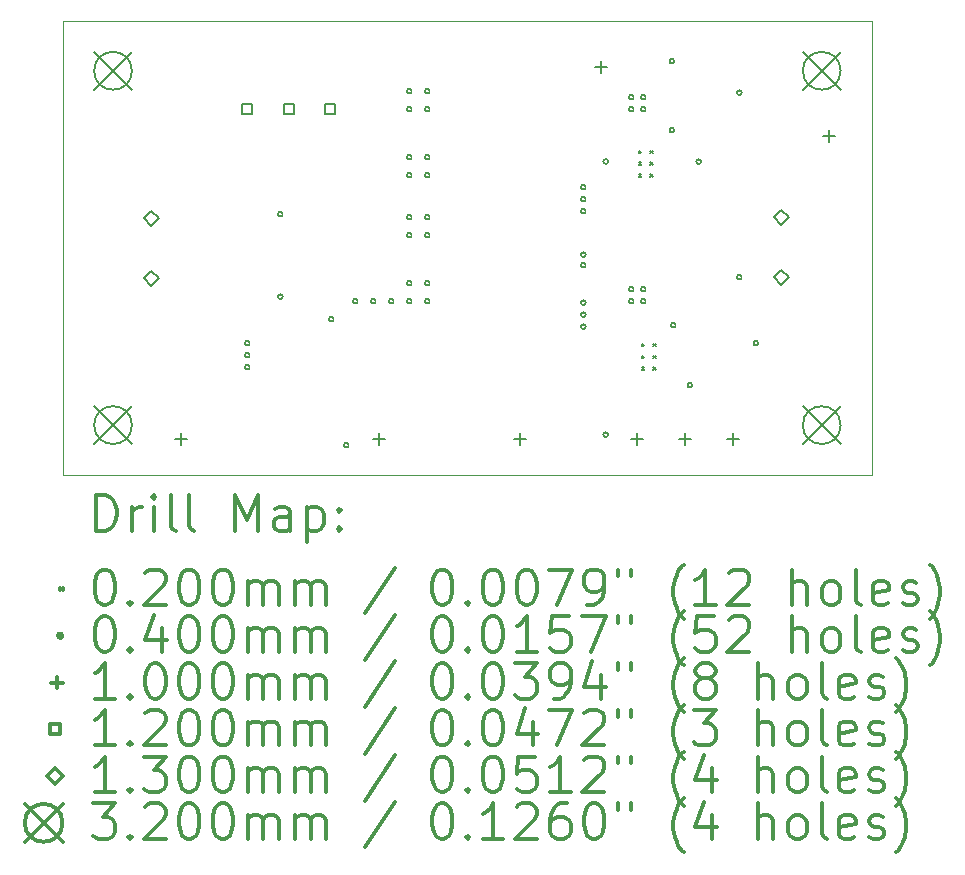
<source format=gbr>
%FSLAX45Y45*%
G04 Gerber Fmt 4.5, Leading zero omitted, Abs format (unit mm)*
G04 Created by KiCad (PCBNEW 5.1.10) date 2021-11-24 23:15:15*
%MOMM*%
%LPD*%
G01*
G04 APERTURE LIST*
%TA.AperFunction,Profile*%
%ADD10C,0.050000*%
%TD*%
%ADD11C,0.200000*%
%ADD12C,0.300000*%
G04 APERTURE END LIST*
D10*
X10275000Y-12650000D02*
X10275000Y-8800000D01*
X17125000Y-12650000D02*
X10275000Y-12650000D01*
X17125000Y-8800000D02*
X17125000Y-12650000D01*
X10275000Y-8800000D02*
X17125000Y-8800000D01*
D11*
X15150420Y-9900140D02*
X15170420Y-9920140D01*
X15170420Y-9900140D02*
X15150420Y-9920140D01*
X15150420Y-10000140D02*
X15170420Y-10020140D01*
X15170420Y-10000140D02*
X15150420Y-10020140D01*
X15150420Y-10100140D02*
X15170420Y-10120140D01*
X15170420Y-10100140D02*
X15150420Y-10120140D01*
X15174920Y-11535840D02*
X15194920Y-11555840D01*
X15194920Y-11535840D02*
X15174920Y-11555840D01*
X15174920Y-11635840D02*
X15194920Y-11655840D01*
X15194920Y-11635840D02*
X15174920Y-11655840D01*
X15174920Y-11735840D02*
X15194920Y-11755840D01*
X15194920Y-11735840D02*
X15174920Y-11755840D01*
X15250420Y-9900140D02*
X15270420Y-9920140D01*
X15270420Y-9900140D02*
X15250420Y-9920140D01*
X15250420Y-10000140D02*
X15270420Y-10020140D01*
X15270420Y-10000140D02*
X15250420Y-10020140D01*
X15250420Y-10100140D02*
X15270420Y-10120140D01*
X15270420Y-10100140D02*
X15250420Y-10120140D01*
X15274920Y-11535840D02*
X15294920Y-11555840D01*
X15294920Y-11535840D02*
X15274920Y-11555840D01*
X15274920Y-11635840D02*
X15294920Y-11655840D01*
X15294920Y-11635840D02*
X15274920Y-11655840D01*
X15274920Y-11735840D02*
X15294920Y-11755840D01*
X15294920Y-11735840D02*
X15274920Y-11755840D01*
X11856400Y-11531600D02*
G75*
G03*
X11856400Y-11531600I-20000J0D01*
G01*
X11856400Y-11633200D02*
G75*
G03*
X11856400Y-11633200I-20000J0D01*
G01*
X11856400Y-11734800D02*
G75*
G03*
X11856400Y-11734800I-20000J0D01*
G01*
X12135800Y-10439400D02*
G75*
G03*
X12135800Y-10439400I-20000J0D01*
G01*
X12135800Y-11137900D02*
G75*
G03*
X12135800Y-11137900I-20000J0D01*
G01*
X12567600Y-11328400D02*
G75*
G03*
X12567600Y-11328400I-20000J0D01*
G01*
X12694600Y-12395200D02*
G75*
G03*
X12694600Y-12395200I-20000J0D01*
G01*
X12770800Y-11176000D02*
G75*
G03*
X12770800Y-11176000I-20000J0D01*
G01*
X12923200Y-11176000D02*
G75*
G03*
X12923200Y-11176000I-20000J0D01*
G01*
X13075600Y-11176000D02*
G75*
G03*
X13075600Y-11176000I-20000J0D01*
G01*
X13228000Y-9398000D02*
G75*
G03*
X13228000Y-9398000I-20000J0D01*
G01*
X13228000Y-9550400D02*
G75*
G03*
X13228000Y-9550400I-20000J0D01*
G01*
X13228000Y-9956800D02*
G75*
G03*
X13228000Y-9956800I-20000J0D01*
G01*
X13228000Y-10109200D02*
G75*
G03*
X13228000Y-10109200I-20000J0D01*
G01*
X13228000Y-10464800D02*
G75*
G03*
X13228000Y-10464800I-20000J0D01*
G01*
X13228000Y-10617200D02*
G75*
G03*
X13228000Y-10617200I-20000J0D01*
G01*
X13228000Y-11023600D02*
G75*
G03*
X13228000Y-11023600I-20000J0D01*
G01*
X13228000Y-11176000D02*
G75*
G03*
X13228000Y-11176000I-20000J0D01*
G01*
X13380400Y-9398000D02*
G75*
G03*
X13380400Y-9398000I-20000J0D01*
G01*
X13380400Y-9550400D02*
G75*
G03*
X13380400Y-9550400I-20000J0D01*
G01*
X13380400Y-9956800D02*
G75*
G03*
X13380400Y-9956800I-20000J0D01*
G01*
X13380400Y-10109200D02*
G75*
G03*
X13380400Y-10109200I-20000J0D01*
G01*
X13380400Y-10464800D02*
G75*
G03*
X13380400Y-10464800I-20000J0D01*
G01*
X13380400Y-10617200D02*
G75*
G03*
X13380400Y-10617200I-20000J0D01*
G01*
X13380400Y-11023600D02*
G75*
G03*
X13380400Y-11023600I-20000J0D01*
G01*
X13380400Y-11176000D02*
G75*
G03*
X13380400Y-11176000I-20000J0D01*
G01*
X14701200Y-10210800D02*
G75*
G03*
X14701200Y-10210800I-20000J0D01*
G01*
X14701200Y-10312400D02*
G75*
G03*
X14701200Y-10312400I-20000J0D01*
G01*
X14701200Y-10414000D02*
G75*
G03*
X14701200Y-10414000I-20000J0D01*
G01*
X14701200Y-10782300D02*
G75*
G03*
X14701200Y-10782300I-20000J0D01*
G01*
X14701200Y-10871200D02*
G75*
G03*
X14701200Y-10871200I-20000J0D01*
G01*
X14701200Y-11188700D02*
G75*
G03*
X14701200Y-11188700I-20000J0D01*
G01*
X14701200Y-11290300D02*
G75*
G03*
X14701200Y-11290300I-20000J0D01*
G01*
X14701200Y-11391900D02*
G75*
G03*
X14701200Y-11391900I-20000J0D01*
G01*
X14891700Y-9992960D02*
G75*
G03*
X14891700Y-9992960I-20000J0D01*
G01*
X14891700Y-12306300D02*
G75*
G03*
X14891700Y-12306300I-20000J0D01*
G01*
X15107600Y-9448800D02*
G75*
G03*
X15107600Y-9448800I-20000J0D01*
G01*
X15107600Y-9550400D02*
G75*
G03*
X15107600Y-9550400I-20000J0D01*
G01*
X15107600Y-11074400D02*
G75*
G03*
X15107600Y-11074400I-20000J0D01*
G01*
X15107600Y-11176000D02*
G75*
G03*
X15107600Y-11176000I-20000J0D01*
G01*
X15209200Y-9448800D02*
G75*
G03*
X15209200Y-9448800I-20000J0D01*
G01*
X15209200Y-9550400D02*
G75*
G03*
X15209200Y-9550400I-20000J0D01*
G01*
X15209200Y-11074400D02*
G75*
G03*
X15209200Y-11074400I-20000J0D01*
G01*
X15209200Y-11176000D02*
G75*
G03*
X15209200Y-11176000I-20000J0D01*
G01*
X15450500Y-9144000D02*
G75*
G03*
X15450500Y-9144000I-20000J0D01*
G01*
X15450500Y-9728200D02*
G75*
G03*
X15450500Y-9728200I-20000J0D01*
G01*
X15463200Y-11379200D02*
G75*
G03*
X15463200Y-11379200I-20000J0D01*
G01*
X15602900Y-11887200D02*
G75*
G03*
X15602900Y-11887200I-20000J0D01*
G01*
X15679100Y-9994900D02*
G75*
G03*
X15679100Y-9994900I-20000J0D01*
G01*
X16022000Y-9410700D02*
G75*
G03*
X16022000Y-9410700I-20000J0D01*
G01*
X16022000Y-10972800D02*
G75*
G03*
X16022000Y-10972800I-20000J0D01*
G01*
X16161700Y-11531600D02*
G75*
G03*
X16161700Y-11531600I-20000J0D01*
G01*
X11277600Y-12294400D02*
X11277600Y-12394400D01*
X11227600Y-12344400D02*
X11327600Y-12344400D01*
X12954000Y-12294400D02*
X12954000Y-12394400D01*
X12904000Y-12344400D02*
X13004000Y-12344400D01*
X14147800Y-12294400D02*
X14147800Y-12394400D01*
X14097800Y-12344400D02*
X14197800Y-12344400D01*
X14833600Y-9144800D02*
X14833600Y-9244800D01*
X14783600Y-9194800D02*
X14883600Y-9194800D01*
X15138400Y-12294400D02*
X15138400Y-12394400D01*
X15088400Y-12344400D02*
X15188400Y-12344400D01*
X15544800Y-12294400D02*
X15544800Y-12394400D01*
X15494800Y-12344400D02*
X15594800Y-12344400D01*
X15951200Y-12294400D02*
X15951200Y-12394400D01*
X15901200Y-12344400D02*
X16001200Y-12344400D01*
X16764000Y-9729000D02*
X16764000Y-9829000D01*
X16714000Y-9779000D02*
X16814000Y-9779000D01*
X11878827Y-9592827D02*
X11878827Y-9507973D01*
X11793973Y-9507973D01*
X11793973Y-9592827D01*
X11878827Y-9592827D01*
X12228827Y-9592827D02*
X12228827Y-9507973D01*
X12143973Y-9507973D01*
X12143973Y-9592827D01*
X12228827Y-9592827D01*
X12578827Y-9592827D02*
X12578827Y-9507973D01*
X12493973Y-9507973D01*
X12493973Y-9592827D01*
X12578827Y-9592827D01*
X11025000Y-10540000D02*
X11090000Y-10475000D01*
X11025000Y-10410000D01*
X10960000Y-10475000D01*
X11025000Y-10540000D01*
X11025000Y-11048000D02*
X11090000Y-10983000D01*
X11025000Y-10918000D01*
X10960000Y-10983000D01*
X11025000Y-11048000D01*
X16357600Y-10529800D02*
X16422600Y-10464800D01*
X16357600Y-10399800D01*
X16292600Y-10464800D01*
X16357600Y-10529800D01*
X16357600Y-11037800D02*
X16422600Y-10972800D01*
X16357600Y-10907800D01*
X16292600Y-10972800D01*
X16357600Y-11037800D01*
X10540000Y-9065000D02*
X10860000Y-9385000D01*
X10860000Y-9065000D02*
X10540000Y-9385000D01*
X10860000Y-9225000D02*
G75*
G03*
X10860000Y-9225000I-160000J0D01*
G01*
X10540000Y-12065000D02*
X10860000Y-12385000D01*
X10860000Y-12065000D02*
X10540000Y-12385000D01*
X10860000Y-12225000D02*
G75*
G03*
X10860000Y-12225000I-160000J0D01*
G01*
X16540000Y-9065000D02*
X16860000Y-9385000D01*
X16860000Y-9065000D02*
X16540000Y-9385000D01*
X16860000Y-9225000D02*
G75*
G03*
X16860000Y-9225000I-160000J0D01*
G01*
X16540000Y-12065000D02*
X16860000Y-12385000D01*
X16860000Y-12065000D02*
X16540000Y-12385000D01*
X16860000Y-12225000D02*
G75*
G03*
X16860000Y-12225000I-160000J0D01*
G01*
D12*
X10558928Y-13118214D02*
X10558928Y-12818214D01*
X10630357Y-12818214D01*
X10673214Y-12832500D01*
X10701786Y-12861071D01*
X10716071Y-12889643D01*
X10730357Y-12946786D01*
X10730357Y-12989643D01*
X10716071Y-13046786D01*
X10701786Y-13075357D01*
X10673214Y-13103929D01*
X10630357Y-13118214D01*
X10558928Y-13118214D01*
X10858928Y-13118214D02*
X10858928Y-12918214D01*
X10858928Y-12975357D02*
X10873214Y-12946786D01*
X10887500Y-12932500D01*
X10916071Y-12918214D01*
X10944643Y-12918214D01*
X11044643Y-13118214D02*
X11044643Y-12918214D01*
X11044643Y-12818214D02*
X11030357Y-12832500D01*
X11044643Y-12846786D01*
X11058928Y-12832500D01*
X11044643Y-12818214D01*
X11044643Y-12846786D01*
X11230357Y-13118214D02*
X11201786Y-13103929D01*
X11187500Y-13075357D01*
X11187500Y-12818214D01*
X11387500Y-13118214D02*
X11358928Y-13103929D01*
X11344643Y-13075357D01*
X11344643Y-12818214D01*
X11730357Y-13118214D02*
X11730357Y-12818214D01*
X11830357Y-13032500D01*
X11930357Y-12818214D01*
X11930357Y-13118214D01*
X12201786Y-13118214D02*
X12201786Y-12961071D01*
X12187500Y-12932500D01*
X12158928Y-12918214D01*
X12101786Y-12918214D01*
X12073214Y-12932500D01*
X12201786Y-13103929D02*
X12173214Y-13118214D01*
X12101786Y-13118214D01*
X12073214Y-13103929D01*
X12058928Y-13075357D01*
X12058928Y-13046786D01*
X12073214Y-13018214D01*
X12101786Y-13003929D01*
X12173214Y-13003929D01*
X12201786Y-12989643D01*
X12344643Y-12918214D02*
X12344643Y-13218214D01*
X12344643Y-12932500D02*
X12373214Y-12918214D01*
X12430357Y-12918214D01*
X12458928Y-12932500D01*
X12473214Y-12946786D01*
X12487500Y-12975357D01*
X12487500Y-13061071D01*
X12473214Y-13089643D01*
X12458928Y-13103929D01*
X12430357Y-13118214D01*
X12373214Y-13118214D01*
X12344643Y-13103929D01*
X12616071Y-13089643D02*
X12630357Y-13103929D01*
X12616071Y-13118214D01*
X12601786Y-13103929D01*
X12616071Y-13089643D01*
X12616071Y-13118214D01*
X12616071Y-12932500D02*
X12630357Y-12946786D01*
X12616071Y-12961071D01*
X12601786Y-12946786D01*
X12616071Y-12932500D01*
X12616071Y-12961071D01*
X10252500Y-13602500D02*
X10272500Y-13622500D01*
X10272500Y-13602500D02*
X10252500Y-13622500D01*
X10616071Y-13448214D02*
X10644643Y-13448214D01*
X10673214Y-13462500D01*
X10687500Y-13476786D01*
X10701786Y-13505357D01*
X10716071Y-13562500D01*
X10716071Y-13633929D01*
X10701786Y-13691071D01*
X10687500Y-13719643D01*
X10673214Y-13733929D01*
X10644643Y-13748214D01*
X10616071Y-13748214D01*
X10587500Y-13733929D01*
X10573214Y-13719643D01*
X10558928Y-13691071D01*
X10544643Y-13633929D01*
X10544643Y-13562500D01*
X10558928Y-13505357D01*
X10573214Y-13476786D01*
X10587500Y-13462500D01*
X10616071Y-13448214D01*
X10844643Y-13719643D02*
X10858928Y-13733929D01*
X10844643Y-13748214D01*
X10830357Y-13733929D01*
X10844643Y-13719643D01*
X10844643Y-13748214D01*
X10973214Y-13476786D02*
X10987500Y-13462500D01*
X11016071Y-13448214D01*
X11087500Y-13448214D01*
X11116071Y-13462500D01*
X11130357Y-13476786D01*
X11144643Y-13505357D01*
X11144643Y-13533929D01*
X11130357Y-13576786D01*
X10958928Y-13748214D01*
X11144643Y-13748214D01*
X11330357Y-13448214D02*
X11358928Y-13448214D01*
X11387500Y-13462500D01*
X11401786Y-13476786D01*
X11416071Y-13505357D01*
X11430357Y-13562500D01*
X11430357Y-13633929D01*
X11416071Y-13691071D01*
X11401786Y-13719643D01*
X11387500Y-13733929D01*
X11358928Y-13748214D01*
X11330357Y-13748214D01*
X11301786Y-13733929D01*
X11287500Y-13719643D01*
X11273214Y-13691071D01*
X11258928Y-13633929D01*
X11258928Y-13562500D01*
X11273214Y-13505357D01*
X11287500Y-13476786D01*
X11301786Y-13462500D01*
X11330357Y-13448214D01*
X11616071Y-13448214D02*
X11644643Y-13448214D01*
X11673214Y-13462500D01*
X11687500Y-13476786D01*
X11701786Y-13505357D01*
X11716071Y-13562500D01*
X11716071Y-13633929D01*
X11701786Y-13691071D01*
X11687500Y-13719643D01*
X11673214Y-13733929D01*
X11644643Y-13748214D01*
X11616071Y-13748214D01*
X11587500Y-13733929D01*
X11573214Y-13719643D01*
X11558928Y-13691071D01*
X11544643Y-13633929D01*
X11544643Y-13562500D01*
X11558928Y-13505357D01*
X11573214Y-13476786D01*
X11587500Y-13462500D01*
X11616071Y-13448214D01*
X11844643Y-13748214D02*
X11844643Y-13548214D01*
X11844643Y-13576786D02*
X11858928Y-13562500D01*
X11887500Y-13548214D01*
X11930357Y-13548214D01*
X11958928Y-13562500D01*
X11973214Y-13591071D01*
X11973214Y-13748214D01*
X11973214Y-13591071D02*
X11987500Y-13562500D01*
X12016071Y-13548214D01*
X12058928Y-13548214D01*
X12087500Y-13562500D01*
X12101786Y-13591071D01*
X12101786Y-13748214D01*
X12244643Y-13748214D02*
X12244643Y-13548214D01*
X12244643Y-13576786D02*
X12258928Y-13562500D01*
X12287500Y-13548214D01*
X12330357Y-13548214D01*
X12358928Y-13562500D01*
X12373214Y-13591071D01*
X12373214Y-13748214D01*
X12373214Y-13591071D02*
X12387500Y-13562500D01*
X12416071Y-13548214D01*
X12458928Y-13548214D01*
X12487500Y-13562500D01*
X12501786Y-13591071D01*
X12501786Y-13748214D01*
X13087500Y-13433929D02*
X12830357Y-13819643D01*
X13473214Y-13448214D02*
X13501786Y-13448214D01*
X13530357Y-13462500D01*
X13544643Y-13476786D01*
X13558928Y-13505357D01*
X13573214Y-13562500D01*
X13573214Y-13633929D01*
X13558928Y-13691071D01*
X13544643Y-13719643D01*
X13530357Y-13733929D01*
X13501786Y-13748214D01*
X13473214Y-13748214D01*
X13444643Y-13733929D01*
X13430357Y-13719643D01*
X13416071Y-13691071D01*
X13401786Y-13633929D01*
X13401786Y-13562500D01*
X13416071Y-13505357D01*
X13430357Y-13476786D01*
X13444643Y-13462500D01*
X13473214Y-13448214D01*
X13701786Y-13719643D02*
X13716071Y-13733929D01*
X13701786Y-13748214D01*
X13687500Y-13733929D01*
X13701786Y-13719643D01*
X13701786Y-13748214D01*
X13901786Y-13448214D02*
X13930357Y-13448214D01*
X13958928Y-13462500D01*
X13973214Y-13476786D01*
X13987500Y-13505357D01*
X14001786Y-13562500D01*
X14001786Y-13633929D01*
X13987500Y-13691071D01*
X13973214Y-13719643D01*
X13958928Y-13733929D01*
X13930357Y-13748214D01*
X13901786Y-13748214D01*
X13873214Y-13733929D01*
X13858928Y-13719643D01*
X13844643Y-13691071D01*
X13830357Y-13633929D01*
X13830357Y-13562500D01*
X13844643Y-13505357D01*
X13858928Y-13476786D01*
X13873214Y-13462500D01*
X13901786Y-13448214D01*
X14187500Y-13448214D02*
X14216071Y-13448214D01*
X14244643Y-13462500D01*
X14258928Y-13476786D01*
X14273214Y-13505357D01*
X14287500Y-13562500D01*
X14287500Y-13633929D01*
X14273214Y-13691071D01*
X14258928Y-13719643D01*
X14244643Y-13733929D01*
X14216071Y-13748214D01*
X14187500Y-13748214D01*
X14158928Y-13733929D01*
X14144643Y-13719643D01*
X14130357Y-13691071D01*
X14116071Y-13633929D01*
X14116071Y-13562500D01*
X14130357Y-13505357D01*
X14144643Y-13476786D01*
X14158928Y-13462500D01*
X14187500Y-13448214D01*
X14387500Y-13448214D02*
X14587500Y-13448214D01*
X14458928Y-13748214D01*
X14716071Y-13748214D02*
X14773214Y-13748214D01*
X14801786Y-13733929D01*
X14816071Y-13719643D01*
X14844643Y-13676786D01*
X14858928Y-13619643D01*
X14858928Y-13505357D01*
X14844643Y-13476786D01*
X14830357Y-13462500D01*
X14801786Y-13448214D01*
X14744643Y-13448214D01*
X14716071Y-13462500D01*
X14701786Y-13476786D01*
X14687500Y-13505357D01*
X14687500Y-13576786D01*
X14701786Y-13605357D01*
X14716071Y-13619643D01*
X14744643Y-13633929D01*
X14801786Y-13633929D01*
X14830357Y-13619643D01*
X14844643Y-13605357D01*
X14858928Y-13576786D01*
X14973214Y-13448214D02*
X14973214Y-13505357D01*
X15087500Y-13448214D02*
X15087500Y-13505357D01*
X15530357Y-13862500D02*
X15516071Y-13848214D01*
X15487500Y-13805357D01*
X15473214Y-13776786D01*
X15458928Y-13733929D01*
X15444643Y-13662500D01*
X15444643Y-13605357D01*
X15458928Y-13533929D01*
X15473214Y-13491071D01*
X15487500Y-13462500D01*
X15516071Y-13419643D01*
X15530357Y-13405357D01*
X15801786Y-13748214D02*
X15630357Y-13748214D01*
X15716071Y-13748214D02*
X15716071Y-13448214D01*
X15687500Y-13491071D01*
X15658928Y-13519643D01*
X15630357Y-13533929D01*
X15916071Y-13476786D02*
X15930357Y-13462500D01*
X15958928Y-13448214D01*
X16030357Y-13448214D01*
X16058928Y-13462500D01*
X16073214Y-13476786D01*
X16087500Y-13505357D01*
X16087500Y-13533929D01*
X16073214Y-13576786D01*
X15901786Y-13748214D01*
X16087500Y-13748214D01*
X16444643Y-13748214D02*
X16444643Y-13448214D01*
X16573214Y-13748214D02*
X16573214Y-13591071D01*
X16558928Y-13562500D01*
X16530357Y-13548214D01*
X16487500Y-13548214D01*
X16458928Y-13562500D01*
X16444643Y-13576786D01*
X16758928Y-13748214D02*
X16730357Y-13733929D01*
X16716071Y-13719643D01*
X16701786Y-13691071D01*
X16701786Y-13605357D01*
X16716071Y-13576786D01*
X16730357Y-13562500D01*
X16758928Y-13548214D01*
X16801786Y-13548214D01*
X16830357Y-13562500D01*
X16844643Y-13576786D01*
X16858928Y-13605357D01*
X16858928Y-13691071D01*
X16844643Y-13719643D01*
X16830357Y-13733929D01*
X16801786Y-13748214D01*
X16758928Y-13748214D01*
X17030357Y-13748214D02*
X17001786Y-13733929D01*
X16987500Y-13705357D01*
X16987500Y-13448214D01*
X17258928Y-13733929D02*
X17230357Y-13748214D01*
X17173214Y-13748214D01*
X17144643Y-13733929D01*
X17130357Y-13705357D01*
X17130357Y-13591071D01*
X17144643Y-13562500D01*
X17173214Y-13548214D01*
X17230357Y-13548214D01*
X17258928Y-13562500D01*
X17273214Y-13591071D01*
X17273214Y-13619643D01*
X17130357Y-13648214D01*
X17387500Y-13733929D02*
X17416071Y-13748214D01*
X17473214Y-13748214D01*
X17501786Y-13733929D01*
X17516071Y-13705357D01*
X17516071Y-13691071D01*
X17501786Y-13662500D01*
X17473214Y-13648214D01*
X17430357Y-13648214D01*
X17401786Y-13633929D01*
X17387500Y-13605357D01*
X17387500Y-13591071D01*
X17401786Y-13562500D01*
X17430357Y-13548214D01*
X17473214Y-13548214D01*
X17501786Y-13562500D01*
X17616071Y-13862500D02*
X17630357Y-13848214D01*
X17658928Y-13805357D01*
X17673214Y-13776786D01*
X17687500Y-13733929D01*
X17701786Y-13662500D01*
X17701786Y-13605357D01*
X17687500Y-13533929D01*
X17673214Y-13491071D01*
X17658928Y-13462500D01*
X17630357Y-13419643D01*
X17616071Y-13405357D01*
X10272500Y-14008500D02*
G75*
G03*
X10272500Y-14008500I-20000J0D01*
G01*
X10616071Y-13844214D02*
X10644643Y-13844214D01*
X10673214Y-13858500D01*
X10687500Y-13872786D01*
X10701786Y-13901357D01*
X10716071Y-13958500D01*
X10716071Y-14029929D01*
X10701786Y-14087071D01*
X10687500Y-14115643D01*
X10673214Y-14129929D01*
X10644643Y-14144214D01*
X10616071Y-14144214D01*
X10587500Y-14129929D01*
X10573214Y-14115643D01*
X10558928Y-14087071D01*
X10544643Y-14029929D01*
X10544643Y-13958500D01*
X10558928Y-13901357D01*
X10573214Y-13872786D01*
X10587500Y-13858500D01*
X10616071Y-13844214D01*
X10844643Y-14115643D02*
X10858928Y-14129929D01*
X10844643Y-14144214D01*
X10830357Y-14129929D01*
X10844643Y-14115643D01*
X10844643Y-14144214D01*
X11116071Y-13944214D02*
X11116071Y-14144214D01*
X11044643Y-13829929D02*
X10973214Y-14044214D01*
X11158928Y-14044214D01*
X11330357Y-13844214D02*
X11358928Y-13844214D01*
X11387500Y-13858500D01*
X11401786Y-13872786D01*
X11416071Y-13901357D01*
X11430357Y-13958500D01*
X11430357Y-14029929D01*
X11416071Y-14087071D01*
X11401786Y-14115643D01*
X11387500Y-14129929D01*
X11358928Y-14144214D01*
X11330357Y-14144214D01*
X11301786Y-14129929D01*
X11287500Y-14115643D01*
X11273214Y-14087071D01*
X11258928Y-14029929D01*
X11258928Y-13958500D01*
X11273214Y-13901357D01*
X11287500Y-13872786D01*
X11301786Y-13858500D01*
X11330357Y-13844214D01*
X11616071Y-13844214D02*
X11644643Y-13844214D01*
X11673214Y-13858500D01*
X11687500Y-13872786D01*
X11701786Y-13901357D01*
X11716071Y-13958500D01*
X11716071Y-14029929D01*
X11701786Y-14087071D01*
X11687500Y-14115643D01*
X11673214Y-14129929D01*
X11644643Y-14144214D01*
X11616071Y-14144214D01*
X11587500Y-14129929D01*
X11573214Y-14115643D01*
X11558928Y-14087071D01*
X11544643Y-14029929D01*
X11544643Y-13958500D01*
X11558928Y-13901357D01*
X11573214Y-13872786D01*
X11587500Y-13858500D01*
X11616071Y-13844214D01*
X11844643Y-14144214D02*
X11844643Y-13944214D01*
X11844643Y-13972786D02*
X11858928Y-13958500D01*
X11887500Y-13944214D01*
X11930357Y-13944214D01*
X11958928Y-13958500D01*
X11973214Y-13987071D01*
X11973214Y-14144214D01*
X11973214Y-13987071D02*
X11987500Y-13958500D01*
X12016071Y-13944214D01*
X12058928Y-13944214D01*
X12087500Y-13958500D01*
X12101786Y-13987071D01*
X12101786Y-14144214D01*
X12244643Y-14144214D02*
X12244643Y-13944214D01*
X12244643Y-13972786D02*
X12258928Y-13958500D01*
X12287500Y-13944214D01*
X12330357Y-13944214D01*
X12358928Y-13958500D01*
X12373214Y-13987071D01*
X12373214Y-14144214D01*
X12373214Y-13987071D02*
X12387500Y-13958500D01*
X12416071Y-13944214D01*
X12458928Y-13944214D01*
X12487500Y-13958500D01*
X12501786Y-13987071D01*
X12501786Y-14144214D01*
X13087500Y-13829929D02*
X12830357Y-14215643D01*
X13473214Y-13844214D02*
X13501786Y-13844214D01*
X13530357Y-13858500D01*
X13544643Y-13872786D01*
X13558928Y-13901357D01*
X13573214Y-13958500D01*
X13573214Y-14029929D01*
X13558928Y-14087071D01*
X13544643Y-14115643D01*
X13530357Y-14129929D01*
X13501786Y-14144214D01*
X13473214Y-14144214D01*
X13444643Y-14129929D01*
X13430357Y-14115643D01*
X13416071Y-14087071D01*
X13401786Y-14029929D01*
X13401786Y-13958500D01*
X13416071Y-13901357D01*
X13430357Y-13872786D01*
X13444643Y-13858500D01*
X13473214Y-13844214D01*
X13701786Y-14115643D02*
X13716071Y-14129929D01*
X13701786Y-14144214D01*
X13687500Y-14129929D01*
X13701786Y-14115643D01*
X13701786Y-14144214D01*
X13901786Y-13844214D02*
X13930357Y-13844214D01*
X13958928Y-13858500D01*
X13973214Y-13872786D01*
X13987500Y-13901357D01*
X14001786Y-13958500D01*
X14001786Y-14029929D01*
X13987500Y-14087071D01*
X13973214Y-14115643D01*
X13958928Y-14129929D01*
X13930357Y-14144214D01*
X13901786Y-14144214D01*
X13873214Y-14129929D01*
X13858928Y-14115643D01*
X13844643Y-14087071D01*
X13830357Y-14029929D01*
X13830357Y-13958500D01*
X13844643Y-13901357D01*
X13858928Y-13872786D01*
X13873214Y-13858500D01*
X13901786Y-13844214D01*
X14287500Y-14144214D02*
X14116071Y-14144214D01*
X14201786Y-14144214D02*
X14201786Y-13844214D01*
X14173214Y-13887071D01*
X14144643Y-13915643D01*
X14116071Y-13929929D01*
X14558928Y-13844214D02*
X14416071Y-13844214D01*
X14401786Y-13987071D01*
X14416071Y-13972786D01*
X14444643Y-13958500D01*
X14516071Y-13958500D01*
X14544643Y-13972786D01*
X14558928Y-13987071D01*
X14573214Y-14015643D01*
X14573214Y-14087071D01*
X14558928Y-14115643D01*
X14544643Y-14129929D01*
X14516071Y-14144214D01*
X14444643Y-14144214D01*
X14416071Y-14129929D01*
X14401786Y-14115643D01*
X14673214Y-13844214D02*
X14873214Y-13844214D01*
X14744643Y-14144214D01*
X14973214Y-13844214D02*
X14973214Y-13901357D01*
X15087500Y-13844214D02*
X15087500Y-13901357D01*
X15530357Y-14258500D02*
X15516071Y-14244214D01*
X15487500Y-14201357D01*
X15473214Y-14172786D01*
X15458928Y-14129929D01*
X15444643Y-14058500D01*
X15444643Y-14001357D01*
X15458928Y-13929929D01*
X15473214Y-13887071D01*
X15487500Y-13858500D01*
X15516071Y-13815643D01*
X15530357Y-13801357D01*
X15787500Y-13844214D02*
X15644643Y-13844214D01*
X15630357Y-13987071D01*
X15644643Y-13972786D01*
X15673214Y-13958500D01*
X15744643Y-13958500D01*
X15773214Y-13972786D01*
X15787500Y-13987071D01*
X15801786Y-14015643D01*
X15801786Y-14087071D01*
X15787500Y-14115643D01*
X15773214Y-14129929D01*
X15744643Y-14144214D01*
X15673214Y-14144214D01*
X15644643Y-14129929D01*
X15630357Y-14115643D01*
X15916071Y-13872786D02*
X15930357Y-13858500D01*
X15958928Y-13844214D01*
X16030357Y-13844214D01*
X16058928Y-13858500D01*
X16073214Y-13872786D01*
X16087500Y-13901357D01*
X16087500Y-13929929D01*
X16073214Y-13972786D01*
X15901786Y-14144214D01*
X16087500Y-14144214D01*
X16444643Y-14144214D02*
X16444643Y-13844214D01*
X16573214Y-14144214D02*
X16573214Y-13987071D01*
X16558928Y-13958500D01*
X16530357Y-13944214D01*
X16487500Y-13944214D01*
X16458928Y-13958500D01*
X16444643Y-13972786D01*
X16758928Y-14144214D02*
X16730357Y-14129929D01*
X16716071Y-14115643D01*
X16701786Y-14087071D01*
X16701786Y-14001357D01*
X16716071Y-13972786D01*
X16730357Y-13958500D01*
X16758928Y-13944214D01*
X16801786Y-13944214D01*
X16830357Y-13958500D01*
X16844643Y-13972786D01*
X16858928Y-14001357D01*
X16858928Y-14087071D01*
X16844643Y-14115643D01*
X16830357Y-14129929D01*
X16801786Y-14144214D01*
X16758928Y-14144214D01*
X17030357Y-14144214D02*
X17001786Y-14129929D01*
X16987500Y-14101357D01*
X16987500Y-13844214D01*
X17258928Y-14129929D02*
X17230357Y-14144214D01*
X17173214Y-14144214D01*
X17144643Y-14129929D01*
X17130357Y-14101357D01*
X17130357Y-13987071D01*
X17144643Y-13958500D01*
X17173214Y-13944214D01*
X17230357Y-13944214D01*
X17258928Y-13958500D01*
X17273214Y-13987071D01*
X17273214Y-14015643D01*
X17130357Y-14044214D01*
X17387500Y-14129929D02*
X17416071Y-14144214D01*
X17473214Y-14144214D01*
X17501786Y-14129929D01*
X17516071Y-14101357D01*
X17516071Y-14087071D01*
X17501786Y-14058500D01*
X17473214Y-14044214D01*
X17430357Y-14044214D01*
X17401786Y-14029929D01*
X17387500Y-14001357D01*
X17387500Y-13987071D01*
X17401786Y-13958500D01*
X17430357Y-13944214D01*
X17473214Y-13944214D01*
X17501786Y-13958500D01*
X17616071Y-14258500D02*
X17630357Y-14244214D01*
X17658928Y-14201357D01*
X17673214Y-14172786D01*
X17687500Y-14129929D01*
X17701786Y-14058500D01*
X17701786Y-14001357D01*
X17687500Y-13929929D01*
X17673214Y-13887071D01*
X17658928Y-13858500D01*
X17630357Y-13815643D01*
X17616071Y-13801357D01*
X10222500Y-14354500D02*
X10222500Y-14454500D01*
X10172500Y-14404500D02*
X10272500Y-14404500D01*
X10716071Y-14540214D02*
X10544643Y-14540214D01*
X10630357Y-14540214D02*
X10630357Y-14240214D01*
X10601786Y-14283071D01*
X10573214Y-14311643D01*
X10544643Y-14325929D01*
X10844643Y-14511643D02*
X10858928Y-14525929D01*
X10844643Y-14540214D01*
X10830357Y-14525929D01*
X10844643Y-14511643D01*
X10844643Y-14540214D01*
X11044643Y-14240214D02*
X11073214Y-14240214D01*
X11101786Y-14254500D01*
X11116071Y-14268786D01*
X11130357Y-14297357D01*
X11144643Y-14354500D01*
X11144643Y-14425929D01*
X11130357Y-14483071D01*
X11116071Y-14511643D01*
X11101786Y-14525929D01*
X11073214Y-14540214D01*
X11044643Y-14540214D01*
X11016071Y-14525929D01*
X11001786Y-14511643D01*
X10987500Y-14483071D01*
X10973214Y-14425929D01*
X10973214Y-14354500D01*
X10987500Y-14297357D01*
X11001786Y-14268786D01*
X11016071Y-14254500D01*
X11044643Y-14240214D01*
X11330357Y-14240214D02*
X11358928Y-14240214D01*
X11387500Y-14254500D01*
X11401786Y-14268786D01*
X11416071Y-14297357D01*
X11430357Y-14354500D01*
X11430357Y-14425929D01*
X11416071Y-14483071D01*
X11401786Y-14511643D01*
X11387500Y-14525929D01*
X11358928Y-14540214D01*
X11330357Y-14540214D01*
X11301786Y-14525929D01*
X11287500Y-14511643D01*
X11273214Y-14483071D01*
X11258928Y-14425929D01*
X11258928Y-14354500D01*
X11273214Y-14297357D01*
X11287500Y-14268786D01*
X11301786Y-14254500D01*
X11330357Y-14240214D01*
X11616071Y-14240214D02*
X11644643Y-14240214D01*
X11673214Y-14254500D01*
X11687500Y-14268786D01*
X11701786Y-14297357D01*
X11716071Y-14354500D01*
X11716071Y-14425929D01*
X11701786Y-14483071D01*
X11687500Y-14511643D01*
X11673214Y-14525929D01*
X11644643Y-14540214D01*
X11616071Y-14540214D01*
X11587500Y-14525929D01*
X11573214Y-14511643D01*
X11558928Y-14483071D01*
X11544643Y-14425929D01*
X11544643Y-14354500D01*
X11558928Y-14297357D01*
X11573214Y-14268786D01*
X11587500Y-14254500D01*
X11616071Y-14240214D01*
X11844643Y-14540214D02*
X11844643Y-14340214D01*
X11844643Y-14368786D02*
X11858928Y-14354500D01*
X11887500Y-14340214D01*
X11930357Y-14340214D01*
X11958928Y-14354500D01*
X11973214Y-14383071D01*
X11973214Y-14540214D01*
X11973214Y-14383071D02*
X11987500Y-14354500D01*
X12016071Y-14340214D01*
X12058928Y-14340214D01*
X12087500Y-14354500D01*
X12101786Y-14383071D01*
X12101786Y-14540214D01*
X12244643Y-14540214D02*
X12244643Y-14340214D01*
X12244643Y-14368786D02*
X12258928Y-14354500D01*
X12287500Y-14340214D01*
X12330357Y-14340214D01*
X12358928Y-14354500D01*
X12373214Y-14383071D01*
X12373214Y-14540214D01*
X12373214Y-14383071D02*
X12387500Y-14354500D01*
X12416071Y-14340214D01*
X12458928Y-14340214D01*
X12487500Y-14354500D01*
X12501786Y-14383071D01*
X12501786Y-14540214D01*
X13087500Y-14225929D02*
X12830357Y-14611643D01*
X13473214Y-14240214D02*
X13501786Y-14240214D01*
X13530357Y-14254500D01*
X13544643Y-14268786D01*
X13558928Y-14297357D01*
X13573214Y-14354500D01*
X13573214Y-14425929D01*
X13558928Y-14483071D01*
X13544643Y-14511643D01*
X13530357Y-14525929D01*
X13501786Y-14540214D01*
X13473214Y-14540214D01*
X13444643Y-14525929D01*
X13430357Y-14511643D01*
X13416071Y-14483071D01*
X13401786Y-14425929D01*
X13401786Y-14354500D01*
X13416071Y-14297357D01*
X13430357Y-14268786D01*
X13444643Y-14254500D01*
X13473214Y-14240214D01*
X13701786Y-14511643D02*
X13716071Y-14525929D01*
X13701786Y-14540214D01*
X13687500Y-14525929D01*
X13701786Y-14511643D01*
X13701786Y-14540214D01*
X13901786Y-14240214D02*
X13930357Y-14240214D01*
X13958928Y-14254500D01*
X13973214Y-14268786D01*
X13987500Y-14297357D01*
X14001786Y-14354500D01*
X14001786Y-14425929D01*
X13987500Y-14483071D01*
X13973214Y-14511643D01*
X13958928Y-14525929D01*
X13930357Y-14540214D01*
X13901786Y-14540214D01*
X13873214Y-14525929D01*
X13858928Y-14511643D01*
X13844643Y-14483071D01*
X13830357Y-14425929D01*
X13830357Y-14354500D01*
X13844643Y-14297357D01*
X13858928Y-14268786D01*
X13873214Y-14254500D01*
X13901786Y-14240214D01*
X14101786Y-14240214D02*
X14287500Y-14240214D01*
X14187500Y-14354500D01*
X14230357Y-14354500D01*
X14258928Y-14368786D01*
X14273214Y-14383071D01*
X14287500Y-14411643D01*
X14287500Y-14483071D01*
X14273214Y-14511643D01*
X14258928Y-14525929D01*
X14230357Y-14540214D01*
X14144643Y-14540214D01*
X14116071Y-14525929D01*
X14101786Y-14511643D01*
X14430357Y-14540214D02*
X14487500Y-14540214D01*
X14516071Y-14525929D01*
X14530357Y-14511643D01*
X14558928Y-14468786D01*
X14573214Y-14411643D01*
X14573214Y-14297357D01*
X14558928Y-14268786D01*
X14544643Y-14254500D01*
X14516071Y-14240214D01*
X14458928Y-14240214D01*
X14430357Y-14254500D01*
X14416071Y-14268786D01*
X14401786Y-14297357D01*
X14401786Y-14368786D01*
X14416071Y-14397357D01*
X14430357Y-14411643D01*
X14458928Y-14425929D01*
X14516071Y-14425929D01*
X14544643Y-14411643D01*
X14558928Y-14397357D01*
X14573214Y-14368786D01*
X14830357Y-14340214D02*
X14830357Y-14540214D01*
X14758928Y-14225929D02*
X14687500Y-14440214D01*
X14873214Y-14440214D01*
X14973214Y-14240214D02*
X14973214Y-14297357D01*
X15087500Y-14240214D02*
X15087500Y-14297357D01*
X15530357Y-14654500D02*
X15516071Y-14640214D01*
X15487500Y-14597357D01*
X15473214Y-14568786D01*
X15458928Y-14525929D01*
X15444643Y-14454500D01*
X15444643Y-14397357D01*
X15458928Y-14325929D01*
X15473214Y-14283071D01*
X15487500Y-14254500D01*
X15516071Y-14211643D01*
X15530357Y-14197357D01*
X15687500Y-14368786D02*
X15658928Y-14354500D01*
X15644643Y-14340214D01*
X15630357Y-14311643D01*
X15630357Y-14297357D01*
X15644643Y-14268786D01*
X15658928Y-14254500D01*
X15687500Y-14240214D01*
X15744643Y-14240214D01*
X15773214Y-14254500D01*
X15787500Y-14268786D01*
X15801786Y-14297357D01*
X15801786Y-14311643D01*
X15787500Y-14340214D01*
X15773214Y-14354500D01*
X15744643Y-14368786D01*
X15687500Y-14368786D01*
X15658928Y-14383071D01*
X15644643Y-14397357D01*
X15630357Y-14425929D01*
X15630357Y-14483071D01*
X15644643Y-14511643D01*
X15658928Y-14525929D01*
X15687500Y-14540214D01*
X15744643Y-14540214D01*
X15773214Y-14525929D01*
X15787500Y-14511643D01*
X15801786Y-14483071D01*
X15801786Y-14425929D01*
X15787500Y-14397357D01*
X15773214Y-14383071D01*
X15744643Y-14368786D01*
X16158928Y-14540214D02*
X16158928Y-14240214D01*
X16287500Y-14540214D02*
X16287500Y-14383071D01*
X16273214Y-14354500D01*
X16244643Y-14340214D01*
X16201786Y-14340214D01*
X16173214Y-14354500D01*
X16158928Y-14368786D01*
X16473214Y-14540214D02*
X16444643Y-14525929D01*
X16430357Y-14511643D01*
X16416071Y-14483071D01*
X16416071Y-14397357D01*
X16430357Y-14368786D01*
X16444643Y-14354500D01*
X16473214Y-14340214D01*
X16516071Y-14340214D01*
X16544643Y-14354500D01*
X16558928Y-14368786D01*
X16573214Y-14397357D01*
X16573214Y-14483071D01*
X16558928Y-14511643D01*
X16544643Y-14525929D01*
X16516071Y-14540214D01*
X16473214Y-14540214D01*
X16744643Y-14540214D02*
X16716071Y-14525929D01*
X16701786Y-14497357D01*
X16701786Y-14240214D01*
X16973214Y-14525929D02*
X16944643Y-14540214D01*
X16887500Y-14540214D01*
X16858928Y-14525929D01*
X16844643Y-14497357D01*
X16844643Y-14383071D01*
X16858928Y-14354500D01*
X16887500Y-14340214D01*
X16944643Y-14340214D01*
X16973214Y-14354500D01*
X16987500Y-14383071D01*
X16987500Y-14411643D01*
X16844643Y-14440214D01*
X17101786Y-14525929D02*
X17130357Y-14540214D01*
X17187500Y-14540214D01*
X17216071Y-14525929D01*
X17230357Y-14497357D01*
X17230357Y-14483071D01*
X17216071Y-14454500D01*
X17187500Y-14440214D01*
X17144643Y-14440214D01*
X17116071Y-14425929D01*
X17101786Y-14397357D01*
X17101786Y-14383071D01*
X17116071Y-14354500D01*
X17144643Y-14340214D01*
X17187500Y-14340214D01*
X17216071Y-14354500D01*
X17330357Y-14654500D02*
X17344643Y-14640214D01*
X17373214Y-14597357D01*
X17387500Y-14568786D01*
X17401786Y-14525929D01*
X17416071Y-14454500D01*
X17416071Y-14397357D01*
X17401786Y-14325929D01*
X17387500Y-14283071D01*
X17373214Y-14254500D01*
X17344643Y-14211643D01*
X17330357Y-14197357D01*
X10254927Y-14842927D02*
X10254927Y-14758073D01*
X10170073Y-14758073D01*
X10170073Y-14842927D01*
X10254927Y-14842927D01*
X10716071Y-14936214D02*
X10544643Y-14936214D01*
X10630357Y-14936214D02*
X10630357Y-14636214D01*
X10601786Y-14679071D01*
X10573214Y-14707643D01*
X10544643Y-14721929D01*
X10844643Y-14907643D02*
X10858928Y-14921929D01*
X10844643Y-14936214D01*
X10830357Y-14921929D01*
X10844643Y-14907643D01*
X10844643Y-14936214D01*
X10973214Y-14664786D02*
X10987500Y-14650500D01*
X11016071Y-14636214D01*
X11087500Y-14636214D01*
X11116071Y-14650500D01*
X11130357Y-14664786D01*
X11144643Y-14693357D01*
X11144643Y-14721929D01*
X11130357Y-14764786D01*
X10958928Y-14936214D01*
X11144643Y-14936214D01*
X11330357Y-14636214D02*
X11358928Y-14636214D01*
X11387500Y-14650500D01*
X11401786Y-14664786D01*
X11416071Y-14693357D01*
X11430357Y-14750500D01*
X11430357Y-14821929D01*
X11416071Y-14879071D01*
X11401786Y-14907643D01*
X11387500Y-14921929D01*
X11358928Y-14936214D01*
X11330357Y-14936214D01*
X11301786Y-14921929D01*
X11287500Y-14907643D01*
X11273214Y-14879071D01*
X11258928Y-14821929D01*
X11258928Y-14750500D01*
X11273214Y-14693357D01*
X11287500Y-14664786D01*
X11301786Y-14650500D01*
X11330357Y-14636214D01*
X11616071Y-14636214D02*
X11644643Y-14636214D01*
X11673214Y-14650500D01*
X11687500Y-14664786D01*
X11701786Y-14693357D01*
X11716071Y-14750500D01*
X11716071Y-14821929D01*
X11701786Y-14879071D01*
X11687500Y-14907643D01*
X11673214Y-14921929D01*
X11644643Y-14936214D01*
X11616071Y-14936214D01*
X11587500Y-14921929D01*
X11573214Y-14907643D01*
X11558928Y-14879071D01*
X11544643Y-14821929D01*
X11544643Y-14750500D01*
X11558928Y-14693357D01*
X11573214Y-14664786D01*
X11587500Y-14650500D01*
X11616071Y-14636214D01*
X11844643Y-14936214D02*
X11844643Y-14736214D01*
X11844643Y-14764786D02*
X11858928Y-14750500D01*
X11887500Y-14736214D01*
X11930357Y-14736214D01*
X11958928Y-14750500D01*
X11973214Y-14779071D01*
X11973214Y-14936214D01*
X11973214Y-14779071D02*
X11987500Y-14750500D01*
X12016071Y-14736214D01*
X12058928Y-14736214D01*
X12087500Y-14750500D01*
X12101786Y-14779071D01*
X12101786Y-14936214D01*
X12244643Y-14936214D02*
X12244643Y-14736214D01*
X12244643Y-14764786D02*
X12258928Y-14750500D01*
X12287500Y-14736214D01*
X12330357Y-14736214D01*
X12358928Y-14750500D01*
X12373214Y-14779071D01*
X12373214Y-14936214D01*
X12373214Y-14779071D02*
X12387500Y-14750500D01*
X12416071Y-14736214D01*
X12458928Y-14736214D01*
X12487500Y-14750500D01*
X12501786Y-14779071D01*
X12501786Y-14936214D01*
X13087500Y-14621929D02*
X12830357Y-15007643D01*
X13473214Y-14636214D02*
X13501786Y-14636214D01*
X13530357Y-14650500D01*
X13544643Y-14664786D01*
X13558928Y-14693357D01*
X13573214Y-14750500D01*
X13573214Y-14821929D01*
X13558928Y-14879071D01*
X13544643Y-14907643D01*
X13530357Y-14921929D01*
X13501786Y-14936214D01*
X13473214Y-14936214D01*
X13444643Y-14921929D01*
X13430357Y-14907643D01*
X13416071Y-14879071D01*
X13401786Y-14821929D01*
X13401786Y-14750500D01*
X13416071Y-14693357D01*
X13430357Y-14664786D01*
X13444643Y-14650500D01*
X13473214Y-14636214D01*
X13701786Y-14907643D02*
X13716071Y-14921929D01*
X13701786Y-14936214D01*
X13687500Y-14921929D01*
X13701786Y-14907643D01*
X13701786Y-14936214D01*
X13901786Y-14636214D02*
X13930357Y-14636214D01*
X13958928Y-14650500D01*
X13973214Y-14664786D01*
X13987500Y-14693357D01*
X14001786Y-14750500D01*
X14001786Y-14821929D01*
X13987500Y-14879071D01*
X13973214Y-14907643D01*
X13958928Y-14921929D01*
X13930357Y-14936214D01*
X13901786Y-14936214D01*
X13873214Y-14921929D01*
X13858928Y-14907643D01*
X13844643Y-14879071D01*
X13830357Y-14821929D01*
X13830357Y-14750500D01*
X13844643Y-14693357D01*
X13858928Y-14664786D01*
X13873214Y-14650500D01*
X13901786Y-14636214D01*
X14258928Y-14736214D02*
X14258928Y-14936214D01*
X14187500Y-14621929D02*
X14116071Y-14836214D01*
X14301786Y-14836214D01*
X14387500Y-14636214D02*
X14587500Y-14636214D01*
X14458928Y-14936214D01*
X14687500Y-14664786D02*
X14701786Y-14650500D01*
X14730357Y-14636214D01*
X14801786Y-14636214D01*
X14830357Y-14650500D01*
X14844643Y-14664786D01*
X14858928Y-14693357D01*
X14858928Y-14721929D01*
X14844643Y-14764786D01*
X14673214Y-14936214D01*
X14858928Y-14936214D01*
X14973214Y-14636214D02*
X14973214Y-14693357D01*
X15087500Y-14636214D02*
X15087500Y-14693357D01*
X15530357Y-15050500D02*
X15516071Y-15036214D01*
X15487500Y-14993357D01*
X15473214Y-14964786D01*
X15458928Y-14921929D01*
X15444643Y-14850500D01*
X15444643Y-14793357D01*
X15458928Y-14721929D01*
X15473214Y-14679071D01*
X15487500Y-14650500D01*
X15516071Y-14607643D01*
X15530357Y-14593357D01*
X15616071Y-14636214D02*
X15801786Y-14636214D01*
X15701786Y-14750500D01*
X15744643Y-14750500D01*
X15773214Y-14764786D01*
X15787500Y-14779071D01*
X15801786Y-14807643D01*
X15801786Y-14879071D01*
X15787500Y-14907643D01*
X15773214Y-14921929D01*
X15744643Y-14936214D01*
X15658928Y-14936214D01*
X15630357Y-14921929D01*
X15616071Y-14907643D01*
X16158928Y-14936214D02*
X16158928Y-14636214D01*
X16287500Y-14936214D02*
X16287500Y-14779071D01*
X16273214Y-14750500D01*
X16244643Y-14736214D01*
X16201786Y-14736214D01*
X16173214Y-14750500D01*
X16158928Y-14764786D01*
X16473214Y-14936214D02*
X16444643Y-14921929D01*
X16430357Y-14907643D01*
X16416071Y-14879071D01*
X16416071Y-14793357D01*
X16430357Y-14764786D01*
X16444643Y-14750500D01*
X16473214Y-14736214D01*
X16516071Y-14736214D01*
X16544643Y-14750500D01*
X16558928Y-14764786D01*
X16573214Y-14793357D01*
X16573214Y-14879071D01*
X16558928Y-14907643D01*
X16544643Y-14921929D01*
X16516071Y-14936214D01*
X16473214Y-14936214D01*
X16744643Y-14936214D02*
X16716071Y-14921929D01*
X16701786Y-14893357D01*
X16701786Y-14636214D01*
X16973214Y-14921929D02*
X16944643Y-14936214D01*
X16887500Y-14936214D01*
X16858928Y-14921929D01*
X16844643Y-14893357D01*
X16844643Y-14779071D01*
X16858928Y-14750500D01*
X16887500Y-14736214D01*
X16944643Y-14736214D01*
X16973214Y-14750500D01*
X16987500Y-14779071D01*
X16987500Y-14807643D01*
X16844643Y-14836214D01*
X17101786Y-14921929D02*
X17130357Y-14936214D01*
X17187500Y-14936214D01*
X17216071Y-14921929D01*
X17230357Y-14893357D01*
X17230357Y-14879071D01*
X17216071Y-14850500D01*
X17187500Y-14836214D01*
X17144643Y-14836214D01*
X17116071Y-14821929D01*
X17101786Y-14793357D01*
X17101786Y-14779071D01*
X17116071Y-14750500D01*
X17144643Y-14736214D01*
X17187500Y-14736214D01*
X17216071Y-14750500D01*
X17330357Y-15050500D02*
X17344643Y-15036214D01*
X17373214Y-14993357D01*
X17387500Y-14964786D01*
X17401786Y-14921929D01*
X17416071Y-14850500D01*
X17416071Y-14793357D01*
X17401786Y-14721929D01*
X17387500Y-14679071D01*
X17373214Y-14650500D01*
X17344643Y-14607643D01*
X17330357Y-14593357D01*
X10207500Y-15261500D02*
X10272500Y-15196500D01*
X10207500Y-15131500D01*
X10142500Y-15196500D01*
X10207500Y-15261500D01*
X10716071Y-15332214D02*
X10544643Y-15332214D01*
X10630357Y-15332214D02*
X10630357Y-15032214D01*
X10601786Y-15075071D01*
X10573214Y-15103643D01*
X10544643Y-15117929D01*
X10844643Y-15303643D02*
X10858928Y-15317929D01*
X10844643Y-15332214D01*
X10830357Y-15317929D01*
X10844643Y-15303643D01*
X10844643Y-15332214D01*
X10958928Y-15032214D02*
X11144643Y-15032214D01*
X11044643Y-15146500D01*
X11087500Y-15146500D01*
X11116071Y-15160786D01*
X11130357Y-15175071D01*
X11144643Y-15203643D01*
X11144643Y-15275071D01*
X11130357Y-15303643D01*
X11116071Y-15317929D01*
X11087500Y-15332214D01*
X11001786Y-15332214D01*
X10973214Y-15317929D01*
X10958928Y-15303643D01*
X11330357Y-15032214D02*
X11358928Y-15032214D01*
X11387500Y-15046500D01*
X11401786Y-15060786D01*
X11416071Y-15089357D01*
X11430357Y-15146500D01*
X11430357Y-15217929D01*
X11416071Y-15275071D01*
X11401786Y-15303643D01*
X11387500Y-15317929D01*
X11358928Y-15332214D01*
X11330357Y-15332214D01*
X11301786Y-15317929D01*
X11287500Y-15303643D01*
X11273214Y-15275071D01*
X11258928Y-15217929D01*
X11258928Y-15146500D01*
X11273214Y-15089357D01*
X11287500Y-15060786D01*
X11301786Y-15046500D01*
X11330357Y-15032214D01*
X11616071Y-15032214D02*
X11644643Y-15032214D01*
X11673214Y-15046500D01*
X11687500Y-15060786D01*
X11701786Y-15089357D01*
X11716071Y-15146500D01*
X11716071Y-15217929D01*
X11701786Y-15275071D01*
X11687500Y-15303643D01*
X11673214Y-15317929D01*
X11644643Y-15332214D01*
X11616071Y-15332214D01*
X11587500Y-15317929D01*
X11573214Y-15303643D01*
X11558928Y-15275071D01*
X11544643Y-15217929D01*
X11544643Y-15146500D01*
X11558928Y-15089357D01*
X11573214Y-15060786D01*
X11587500Y-15046500D01*
X11616071Y-15032214D01*
X11844643Y-15332214D02*
X11844643Y-15132214D01*
X11844643Y-15160786D02*
X11858928Y-15146500D01*
X11887500Y-15132214D01*
X11930357Y-15132214D01*
X11958928Y-15146500D01*
X11973214Y-15175071D01*
X11973214Y-15332214D01*
X11973214Y-15175071D02*
X11987500Y-15146500D01*
X12016071Y-15132214D01*
X12058928Y-15132214D01*
X12087500Y-15146500D01*
X12101786Y-15175071D01*
X12101786Y-15332214D01*
X12244643Y-15332214D02*
X12244643Y-15132214D01*
X12244643Y-15160786D02*
X12258928Y-15146500D01*
X12287500Y-15132214D01*
X12330357Y-15132214D01*
X12358928Y-15146500D01*
X12373214Y-15175071D01*
X12373214Y-15332214D01*
X12373214Y-15175071D02*
X12387500Y-15146500D01*
X12416071Y-15132214D01*
X12458928Y-15132214D01*
X12487500Y-15146500D01*
X12501786Y-15175071D01*
X12501786Y-15332214D01*
X13087500Y-15017929D02*
X12830357Y-15403643D01*
X13473214Y-15032214D02*
X13501786Y-15032214D01*
X13530357Y-15046500D01*
X13544643Y-15060786D01*
X13558928Y-15089357D01*
X13573214Y-15146500D01*
X13573214Y-15217929D01*
X13558928Y-15275071D01*
X13544643Y-15303643D01*
X13530357Y-15317929D01*
X13501786Y-15332214D01*
X13473214Y-15332214D01*
X13444643Y-15317929D01*
X13430357Y-15303643D01*
X13416071Y-15275071D01*
X13401786Y-15217929D01*
X13401786Y-15146500D01*
X13416071Y-15089357D01*
X13430357Y-15060786D01*
X13444643Y-15046500D01*
X13473214Y-15032214D01*
X13701786Y-15303643D02*
X13716071Y-15317929D01*
X13701786Y-15332214D01*
X13687500Y-15317929D01*
X13701786Y-15303643D01*
X13701786Y-15332214D01*
X13901786Y-15032214D02*
X13930357Y-15032214D01*
X13958928Y-15046500D01*
X13973214Y-15060786D01*
X13987500Y-15089357D01*
X14001786Y-15146500D01*
X14001786Y-15217929D01*
X13987500Y-15275071D01*
X13973214Y-15303643D01*
X13958928Y-15317929D01*
X13930357Y-15332214D01*
X13901786Y-15332214D01*
X13873214Y-15317929D01*
X13858928Y-15303643D01*
X13844643Y-15275071D01*
X13830357Y-15217929D01*
X13830357Y-15146500D01*
X13844643Y-15089357D01*
X13858928Y-15060786D01*
X13873214Y-15046500D01*
X13901786Y-15032214D01*
X14273214Y-15032214D02*
X14130357Y-15032214D01*
X14116071Y-15175071D01*
X14130357Y-15160786D01*
X14158928Y-15146500D01*
X14230357Y-15146500D01*
X14258928Y-15160786D01*
X14273214Y-15175071D01*
X14287500Y-15203643D01*
X14287500Y-15275071D01*
X14273214Y-15303643D01*
X14258928Y-15317929D01*
X14230357Y-15332214D01*
X14158928Y-15332214D01*
X14130357Y-15317929D01*
X14116071Y-15303643D01*
X14573214Y-15332214D02*
X14401786Y-15332214D01*
X14487500Y-15332214D02*
X14487500Y-15032214D01*
X14458928Y-15075071D01*
X14430357Y-15103643D01*
X14401786Y-15117929D01*
X14687500Y-15060786D02*
X14701786Y-15046500D01*
X14730357Y-15032214D01*
X14801786Y-15032214D01*
X14830357Y-15046500D01*
X14844643Y-15060786D01*
X14858928Y-15089357D01*
X14858928Y-15117929D01*
X14844643Y-15160786D01*
X14673214Y-15332214D01*
X14858928Y-15332214D01*
X14973214Y-15032214D02*
X14973214Y-15089357D01*
X15087500Y-15032214D02*
X15087500Y-15089357D01*
X15530357Y-15446500D02*
X15516071Y-15432214D01*
X15487500Y-15389357D01*
X15473214Y-15360786D01*
X15458928Y-15317929D01*
X15444643Y-15246500D01*
X15444643Y-15189357D01*
X15458928Y-15117929D01*
X15473214Y-15075071D01*
X15487500Y-15046500D01*
X15516071Y-15003643D01*
X15530357Y-14989357D01*
X15773214Y-15132214D02*
X15773214Y-15332214D01*
X15701786Y-15017929D02*
X15630357Y-15232214D01*
X15816071Y-15232214D01*
X16158928Y-15332214D02*
X16158928Y-15032214D01*
X16287500Y-15332214D02*
X16287500Y-15175071D01*
X16273214Y-15146500D01*
X16244643Y-15132214D01*
X16201786Y-15132214D01*
X16173214Y-15146500D01*
X16158928Y-15160786D01*
X16473214Y-15332214D02*
X16444643Y-15317929D01*
X16430357Y-15303643D01*
X16416071Y-15275071D01*
X16416071Y-15189357D01*
X16430357Y-15160786D01*
X16444643Y-15146500D01*
X16473214Y-15132214D01*
X16516071Y-15132214D01*
X16544643Y-15146500D01*
X16558928Y-15160786D01*
X16573214Y-15189357D01*
X16573214Y-15275071D01*
X16558928Y-15303643D01*
X16544643Y-15317929D01*
X16516071Y-15332214D01*
X16473214Y-15332214D01*
X16744643Y-15332214D02*
X16716071Y-15317929D01*
X16701786Y-15289357D01*
X16701786Y-15032214D01*
X16973214Y-15317929D02*
X16944643Y-15332214D01*
X16887500Y-15332214D01*
X16858928Y-15317929D01*
X16844643Y-15289357D01*
X16844643Y-15175071D01*
X16858928Y-15146500D01*
X16887500Y-15132214D01*
X16944643Y-15132214D01*
X16973214Y-15146500D01*
X16987500Y-15175071D01*
X16987500Y-15203643D01*
X16844643Y-15232214D01*
X17101786Y-15317929D02*
X17130357Y-15332214D01*
X17187500Y-15332214D01*
X17216071Y-15317929D01*
X17230357Y-15289357D01*
X17230357Y-15275071D01*
X17216071Y-15246500D01*
X17187500Y-15232214D01*
X17144643Y-15232214D01*
X17116071Y-15217929D01*
X17101786Y-15189357D01*
X17101786Y-15175071D01*
X17116071Y-15146500D01*
X17144643Y-15132214D01*
X17187500Y-15132214D01*
X17216071Y-15146500D01*
X17330357Y-15446500D02*
X17344643Y-15432214D01*
X17373214Y-15389357D01*
X17387500Y-15360786D01*
X17401786Y-15317929D01*
X17416071Y-15246500D01*
X17416071Y-15189357D01*
X17401786Y-15117929D01*
X17387500Y-15075071D01*
X17373214Y-15046500D01*
X17344643Y-15003643D01*
X17330357Y-14989357D01*
X9952500Y-15432500D02*
X10272500Y-15752500D01*
X10272500Y-15432500D02*
X9952500Y-15752500D01*
X10272500Y-15592500D02*
G75*
G03*
X10272500Y-15592500I-160000J0D01*
G01*
X10530357Y-15428214D02*
X10716071Y-15428214D01*
X10616071Y-15542500D01*
X10658928Y-15542500D01*
X10687500Y-15556786D01*
X10701786Y-15571071D01*
X10716071Y-15599643D01*
X10716071Y-15671071D01*
X10701786Y-15699643D01*
X10687500Y-15713929D01*
X10658928Y-15728214D01*
X10573214Y-15728214D01*
X10544643Y-15713929D01*
X10530357Y-15699643D01*
X10844643Y-15699643D02*
X10858928Y-15713929D01*
X10844643Y-15728214D01*
X10830357Y-15713929D01*
X10844643Y-15699643D01*
X10844643Y-15728214D01*
X10973214Y-15456786D02*
X10987500Y-15442500D01*
X11016071Y-15428214D01*
X11087500Y-15428214D01*
X11116071Y-15442500D01*
X11130357Y-15456786D01*
X11144643Y-15485357D01*
X11144643Y-15513929D01*
X11130357Y-15556786D01*
X10958928Y-15728214D01*
X11144643Y-15728214D01*
X11330357Y-15428214D02*
X11358928Y-15428214D01*
X11387500Y-15442500D01*
X11401786Y-15456786D01*
X11416071Y-15485357D01*
X11430357Y-15542500D01*
X11430357Y-15613929D01*
X11416071Y-15671071D01*
X11401786Y-15699643D01*
X11387500Y-15713929D01*
X11358928Y-15728214D01*
X11330357Y-15728214D01*
X11301786Y-15713929D01*
X11287500Y-15699643D01*
X11273214Y-15671071D01*
X11258928Y-15613929D01*
X11258928Y-15542500D01*
X11273214Y-15485357D01*
X11287500Y-15456786D01*
X11301786Y-15442500D01*
X11330357Y-15428214D01*
X11616071Y-15428214D02*
X11644643Y-15428214D01*
X11673214Y-15442500D01*
X11687500Y-15456786D01*
X11701786Y-15485357D01*
X11716071Y-15542500D01*
X11716071Y-15613929D01*
X11701786Y-15671071D01*
X11687500Y-15699643D01*
X11673214Y-15713929D01*
X11644643Y-15728214D01*
X11616071Y-15728214D01*
X11587500Y-15713929D01*
X11573214Y-15699643D01*
X11558928Y-15671071D01*
X11544643Y-15613929D01*
X11544643Y-15542500D01*
X11558928Y-15485357D01*
X11573214Y-15456786D01*
X11587500Y-15442500D01*
X11616071Y-15428214D01*
X11844643Y-15728214D02*
X11844643Y-15528214D01*
X11844643Y-15556786D02*
X11858928Y-15542500D01*
X11887500Y-15528214D01*
X11930357Y-15528214D01*
X11958928Y-15542500D01*
X11973214Y-15571071D01*
X11973214Y-15728214D01*
X11973214Y-15571071D02*
X11987500Y-15542500D01*
X12016071Y-15528214D01*
X12058928Y-15528214D01*
X12087500Y-15542500D01*
X12101786Y-15571071D01*
X12101786Y-15728214D01*
X12244643Y-15728214D02*
X12244643Y-15528214D01*
X12244643Y-15556786D02*
X12258928Y-15542500D01*
X12287500Y-15528214D01*
X12330357Y-15528214D01*
X12358928Y-15542500D01*
X12373214Y-15571071D01*
X12373214Y-15728214D01*
X12373214Y-15571071D02*
X12387500Y-15542500D01*
X12416071Y-15528214D01*
X12458928Y-15528214D01*
X12487500Y-15542500D01*
X12501786Y-15571071D01*
X12501786Y-15728214D01*
X13087500Y-15413929D02*
X12830357Y-15799643D01*
X13473214Y-15428214D02*
X13501786Y-15428214D01*
X13530357Y-15442500D01*
X13544643Y-15456786D01*
X13558928Y-15485357D01*
X13573214Y-15542500D01*
X13573214Y-15613929D01*
X13558928Y-15671071D01*
X13544643Y-15699643D01*
X13530357Y-15713929D01*
X13501786Y-15728214D01*
X13473214Y-15728214D01*
X13444643Y-15713929D01*
X13430357Y-15699643D01*
X13416071Y-15671071D01*
X13401786Y-15613929D01*
X13401786Y-15542500D01*
X13416071Y-15485357D01*
X13430357Y-15456786D01*
X13444643Y-15442500D01*
X13473214Y-15428214D01*
X13701786Y-15699643D02*
X13716071Y-15713929D01*
X13701786Y-15728214D01*
X13687500Y-15713929D01*
X13701786Y-15699643D01*
X13701786Y-15728214D01*
X14001786Y-15728214D02*
X13830357Y-15728214D01*
X13916071Y-15728214D02*
X13916071Y-15428214D01*
X13887500Y-15471071D01*
X13858928Y-15499643D01*
X13830357Y-15513929D01*
X14116071Y-15456786D02*
X14130357Y-15442500D01*
X14158928Y-15428214D01*
X14230357Y-15428214D01*
X14258928Y-15442500D01*
X14273214Y-15456786D01*
X14287500Y-15485357D01*
X14287500Y-15513929D01*
X14273214Y-15556786D01*
X14101786Y-15728214D01*
X14287500Y-15728214D01*
X14544643Y-15428214D02*
X14487500Y-15428214D01*
X14458928Y-15442500D01*
X14444643Y-15456786D01*
X14416071Y-15499643D01*
X14401786Y-15556786D01*
X14401786Y-15671071D01*
X14416071Y-15699643D01*
X14430357Y-15713929D01*
X14458928Y-15728214D01*
X14516071Y-15728214D01*
X14544643Y-15713929D01*
X14558928Y-15699643D01*
X14573214Y-15671071D01*
X14573214Y-15599643D01*
X14558928Y-15571071D01*
X14544643Y-15556786D01*
X14516071Y-15542500D01*
X14458928Y-15542500D01*
X14430357Y-15556786D01*
X14416071Y-15571071D01*
X14401786Y-15599643D01*
X14758928Y-15428214D02*
X14787500Y-15428214D01*
X14816071Y-15442500D01*
X14830357Y-15456786D01*
X14844643Y-15485357D01*
X14858928Y-15542500D01*
X14858928Y-15613929D01*
X14844643Y-15671071D01*
X14830357Y-15699643D01*
X14816071Y-15713929D01*
X14787500Y-15728214D01*
X14758928Y-15728214D01*
X14730357Y-15713929D01*
X14716071Y-15699643D01*
X14701786Y-15671071D01*
X14687500Y-15613929D01*
X14687500Y-15542500D01*
X14701786Y-15485357D01*
X14716071Y-15456786D01*
X14730357Y-15442500D01*
X14758928Y-15428214D01*
X14973214Y-15428214D02*
X14973214Y-15485357D01*
X15087500Y-15428214D02*
X15087500Y-15485357D01*
X15530357Y-15842500D02*
X15516071Y-15828214D01*
X15487500Y-15785357D01*
X15473214Y-15756786D01*
X15458928Y-15713929D01*
X15444643Y-15642500D01*
X15444643Y-15585357D01*
X15458928Y-15513929D01*
X15473214Y-15471071D01*
X15487500Y-15442500D01*
X15516071Y-15399643D01*
X15530357Y-15385357D01*
X15773214Y-15528214D02*
X15773214Y-15728214D01*
X15701786Y-15413929D02*
X15630357Y-15628214D01*
X15816071Y-15628214D01*
X16158928Y-15728214D02*
X16158928Y-15428214D01*
X16287500Y-15728214D02*
X16287500Y-15571071D01*
X16273214Y-15542500D01*
X16244643Y-15528214D01*
X16201786Y-15528214D01*
X16173214Y-15542500D01*
X16158928Y-15556786D01*
X16473214Y-15728214D02*
X16444643Y-15713929D01*
X16430357Y-15699643D01*
X16416071Y-15671071D01*
X16416071Y-15585357D01*
X16430357Y-15556786D01*
X16444643Y-15542500D01*
X16473214Y-15528214D01*
X16516071Y-15528214D01*
X16544643Y-15542500D01*
X16558928Y-15556786D01*
X16573214Y-15585357D01*
X16573214Y-15671071D01*
X16558928Y-15699643D01*
X16544643Y-15713929D01*
X16516071Y-15728214D01*
X16473214Y-15728214D01*
X16744643Y-15728214D02*
X16716071Y-15713929D01*
X16701786Y-15685357D01*
X16701786Y-15428214D01*
X16973214Y-15713929D02*
X16944643Y-15728214D01*
X16887500Y-15728214D01*
X16858928Y-15713929D01*
X16844643Y-15685357D01*
X16844643Y-15571071D01*
X16858928Y-15542500D01*
X16887500Y-15528214D01*
X16944643Y-15528214D01*
X16973214Y-15542500D01*
X16987500Y-15571071D01*
X16987500Y-15599643D01*
X16844643Y-15628214D01*
X17101786Y-15713929D02*
X17130357Y-15728214D01*
X17187500Y-15728214D01*
X17216071Y-15713929D01*
X17230357Y-15685357D01*
X17230357Y-15671071D01*
X17216071Y-15642500D01*
X17187500Y-15628214D01*
X17144643Y-15628214D01*
X17116071Y-15613929D01*
X17101786Y-15585357D01*
X17101786Y-15571071D01*
X17116071Y-15542500D01*
X17144643Y-15528214D01*
X17187500Y-15528214D01*
X17216071Y-15542500D01*
X17330357Y-15842500D02*
X17344643Y-15828214D01*
X17373214Y-15785357D01*
X17387500Y-15756786D01*
X17401786Y-15713929D01*
X17416071Y-15642500D01*
X17416071Y-15585357D01*
X17401786Y-15513929D01*
X17387500Y-15471071D01*
X17373214Y-15442500D01*
X17344643Y-15399643D01*
X17330357Y-15385357D01*
M02*

</source>
